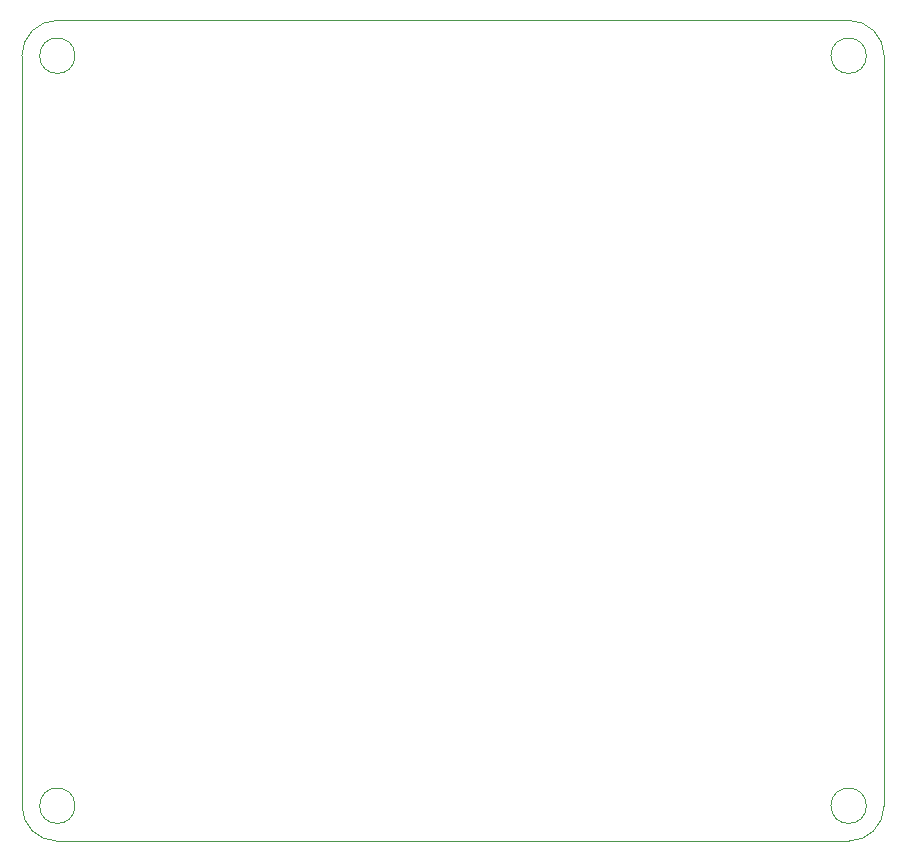
<source format=gbr>
%TF.GenerationSoftware,KiCad,Pcbnew,9.0.3*%
%TF.CreationDate,2025-07-13T20:53:52+12:00*%
%TF.ProjectId,RemiRAT,52656d69-5241-4542-9e6b-696361645f70,rev?*%
%TF.SameCoordinates,Original*%
%TF.FileFunction,Profile,NP*%
%FSLAX46Y46*%
G04 Gerber Fmt 4.6, Leading zero omitted, Abs format (unit mm)*
G04 Created by KiCad (PCBNEW 9.0.3) date 2025-07-13 20:53:52*
%MOMM*%
%LPD*%
G01*
G04 APERTURE LIST*
%TA.AperFunction,Profile*%
%ADD10C,0.050000*%
%TD*%
G04 APERTURE END LIST*
D10*
X120000000Y-121000000D02*
G75*
G02*
X117000000Y-118000000I0J3000000D01*
G01*
X121500000Y-118000000D02*
G75*
G02*
X118500000Y-118000000I-1500000J0D01*
G01*
X118500000Y-118000000D02*
G75*
G02*
X121500000Y-118000000I1500000J0D01*
G01*
X117000000Y-118000000D02*
X117000000Y-54500000D01*
X187000000Y-51500000D02*
G75*
G02*
X190000000Y-54500000I0J-3000000D01*
G01*
X187000000Y-121000000D02*
X120000000Y-121000000D01*
X117000000Y-54500000D02*
G75*
G02*
X120000000Y-51500000I3000000J0D01*
G01*
X190000000Y-54500000D02*
X190000000Y-118000000D01*
X190000000Y-118000000D02*
G75*
G02*
X187000000Y-121000000I-3000000J0D01*
G01*
X120000000Y-51500000D02*
X187000000Y-51500000D01*
X121500000Y-54500000D02*
G75*
G02*
X118500000Y-54500000I-1500000J0D01*
G01*
X118500000Y-54500000D02*
G75*
G02*
X121500000Y-54500000I1500000J0D01*
G01*
X188500000Y-118000000D02*
G75*
G02*
X185500000Y-118000000I-1500000J0D01*
G01*
X185500000Y-118000000D02*
G75*
G02*
X188500000Y-118000000I1500000J0D01*
G01*
X188500000Y-54500000D02*
G75*
G02*
X185500000Y-54500000I-1500000J0D01*
G01*
X185500000Y-54500000D02*
G75*
G02*
X188500000Y-54500000I1500000J0D01*
G01*
M02*

</source>
